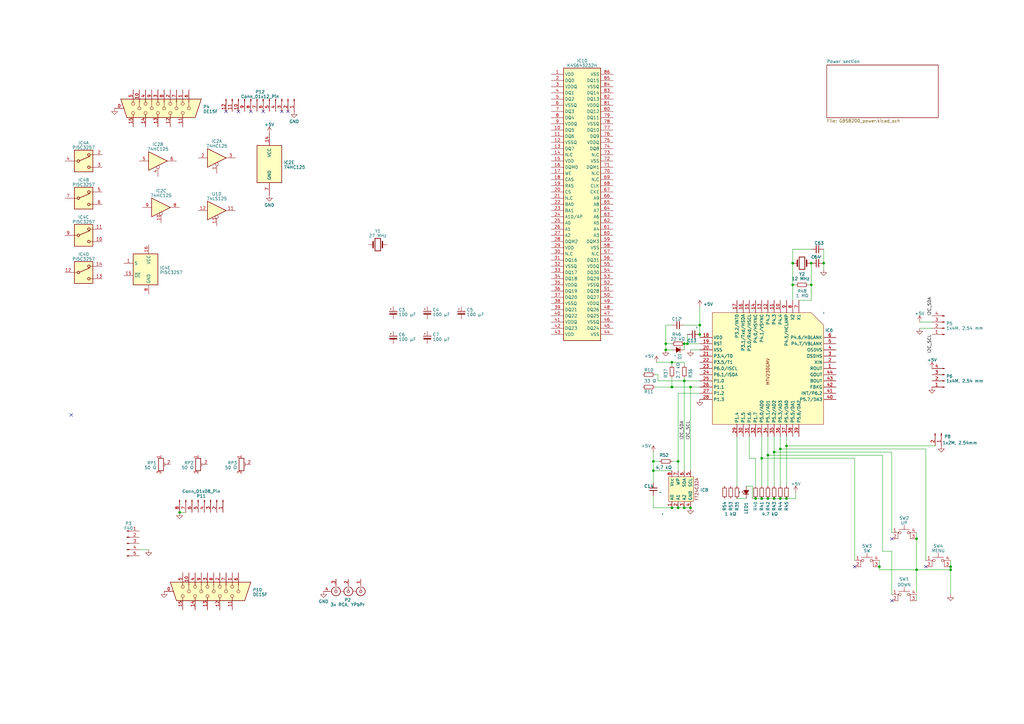
<source format=kicad_sch>
(kicad_sch (version 20230121) (generator eeschema)
  (paper "A3")
  (lib_symbols
    (symbol "74xx:74CBTLV3257"
      (property "Reference" "U" (at 17.78 1.27 0))
      (property "Value" "74CBTLV3257" (at 15.24 -1.27 0))
      (symbol "74CBTLV3257_1_1"
        (pin passive line (at 7.62 2.54 180) (length 2.54) (name "~") (number "2"))
        (pin passive line (at 7.62 -2.54 180) (length 2.54) (name "~") (number "3"))
        (pin passive line (at -7.62 0 0) (length 2.54) (name "~") (number "4"))
      )
      (symbol "74CBTLV3257_2_1"
        (pin passive line (at 7.62 2.54 180) (length 2.54) (name "~") (number "5"))
        (pin passive line (at 7.62 -2.54 180) (length 2.54) (name "~") (number "6"))
        (pin passive line (at -7.62 0 0) (length 2.54) (name "~") (number "7"))
      )
      (symbol "74CBTLV3257_3_1"
        (pin passive line (at 7.62 -2.54 180) (length 2.54) (name "~") (number "10"))
        (pin passive line (at 7.62 2.54 180) (length 2.54) (name "~") (number "11"))
        (pin passive line (at -7.62 0 0) (length 2.54) (name "~") (number "9"))
      )
      (symbol "74CBTLV3257_4_1"
        (pin passive line (at -7.62 0 0) (length 2.54) (name "~") (number "12"))
        (pin passive line (at 7.62 -2.54 180) (length 2.54) (name "~") (number "13"))
        (pin passive line (at 7.62 2.54 180) (length 2.54) (name "~") (number "14"))
      )
      (symbol "74CBTLV3257_5_1"
        (pin input line (at -10.16 2.54 0) (length 3.81) (name "S") (number "1"))
        (pin input line (at -10.16 -2.54 0) (length 3.81) (name "~{OE}") (number "15"))
        (pin power_in line (at 0 10.16 270) (length 3.81) (name "VCC") (number "16"))
        (pin power_in line (at 0 -10.16 90) (length 3.81) (name "GND") (number "8"))
      )
    )
    (symbol "74xx:74LS125" (pin_names (offset 1.016))
      (property "Reference" "U" (at 0 1.27 0))
      (property "Value" "74LS125" (at 0 -1.27 0))
      (symbol "74LS125_1_0"
        (pin input inverted (at 0 -6.35 90) (length 4.445) (name "~") (number "1"))
        (pin input line (at -7.62 0 0) (length 3.81) (name "~") (number "2"))
        (pin tri_state line (at 7.62 0 180) (length 3.81) (name "~") (number "3"))
      )
      (symbol "74LS125_2_0"
        (pin input inverted (at 0 -6.35 90) (length 4.445) (name "~") (number "4"))
        (pin input line (at -7.62 0 0) (length 3.81) (name "~") (number "5"))
        (pin tri_state line (at 7.62 0 180) (length 3.81) (name "~") (number "6"))
      )
      (symbol "74LS125_3_0"
        (pin input inverted (at 0 -6.35 90) (length 4.445) (name "~") (number "10"))
        (pin tri_state line (at 7.62 0 180) (length 3.81) (name "~") (number "8"))
        (pin input line (at -7.62 0 0) (length 3.81) (name "~") (number "9"))
      )
      (symbol "74LS125_4_0"
        (pin tri_state line (at 7.62 0 180) (length 3.81) (name "~") (number "11"))
        (pin input line (at -7.62 0 0) (length 3.81) (name "~") (number "12"))
        (pin input inverted (at 0 -6.35 90) (length 4.445) (name "~") (number "13"))
      )
      (symbol "74LS125_5_0"
        (pin power_in line (at 0 12.7 270) (length 5.08) (name "VCC") (number "14"))
        (pin power_in line (at 0 -12.7 90) (length 5.08) (name "GND") (number "7"))
      )
    )
    (symbol "Connector:Conn_01x02_Pin" (pin_names (offset 1.016) hide)
      (property "Reference" "J" (at 0 2.54 0))
      (property "Value" "Conn_01x02_Pin" (at 0 -5.08 0))
      (symbol "Conn_01x02_Pin_1_1"
        (pin passive line (at 5.08 0 180) (length 3.81) (name "Pin_1") (number "1"))
        (pin passive line (at 5.08 -2.54 180) (length 3.81) (name "Pin_2") (number "2"))
      )
    )
    (symbol "Connector:Conn_01x04_Pin" (pin_names (offset 1.016) hide)
      (property "Reference" "J" (at 0 5.08 0))
      (property "Value" "Conn_01x04_Pin" (at 0 -7.62 0))
      (symbol "Conn_01x04_Pin_1_1"
        (pin passive line (at 5.08 2.54 180) (length 3.81) (name "Pin_1") (number "1"))
        (pin passive line (at 5.08 0 180) (length 3.81) (name "Pin_2") (number "2"))
        (pin passive line (at 5.08 -2.54 180) (length 3.81) (name "Pin_3") (number "3"))
        (pin passive line (at 5.08 -5.08 180) (length 3.81) (name "Pin_4") (number "4"))
      )
    )
    (symbol "Connector:Conn_01x05_Pin" (pin_names (offset 1.016) hide)
      (property "Reference" "J" (at 0 7.62 0))
      (property "Value" "Conn_01x05_Pin" (at 0 -7.62 0))
      (symbol "Conn_01x05_Pin_1_1"
        (pin passive line (at 5.08 5.08 180) (length 3.81) (name "Pin_1") (number "1"))
        (pin passive line (at 5.08 2.54 180) (length 3.81) (name "Pin_2") (number "2"))
        (pin passive line (at 5.08 0 180) (length 3.81) (name "Pin_3") (number "3"))
        (pin passive line (at 5.08 -2.54 180) (length 3.81) (name "Pin_4") (number "4"))
        (pin passive line (at 5.08 -5.08 180) (length 3.81) (name "Pin_5") (number "5"))
      )
    )
    (symbol "Connector:Conn_01x08_Pin" (pin_names (offset 1.016) hide)
      (property "Reference" "J" (at 0 10.16 0))
      (property "Value" "Conn_01x08_Pin" (at 0 -12.7 0))
      (symbol "Conn_01x08_Pin_1_1"
        (pin passive line (at 5.08 7.62 180) (length 3.81) (name "Pin_1") (number "1"))
        (pin passive line (at 5.08 5.08 180) (length 3.81) (name "Pin_2") (number "2"))
        (pin passive line (at 5.08 2.54 180) (length 3.81) (name "Pin_3") (number "3"))
        (pin passive line (at 5.08 0 180) (length 3.81) (name "Pin_4") (number "4"))
        (pin passive line (at 5.08 -2.54 180) (length 3.81) (name "Pin_5") (number "5"))
        (pin passive line (at 5.08 -5.08 180) (length 3.81) (name "Pin_6") (number "6"))
        (pin passive line (at 5.08 -7.62 180) (length 3.81) (name "Pin_7") (number "7"))
        (pin passive line (at 5.08 -10.16 180) (length 3.81) (name "Pin_8") (number "8"))
      )
    )
    (symbol "Connector:Conn_01x12_Pin" (pin_names (offset 1.016) hide)
      (property "Reference" "J" (at 0 15.24 0))
      (property "Value" "Conn_01x12_Pin" (at 0 -17.78 0))
      (symbol "Conn_01x12_Pin_1_1"
        (pin passive line (at 5.08 12.7 180) (length 3.81) (name "Pin_1") (number "1"))
        (pin passive line (at 5.08 -10.16 180) (length 3.81) (name "Pin_10") (number "10"))
        (pin passive line (at 5.08 -12.7 180) (length 3.81) (name "Pin_11") (number "11"))
        (pin passive line (at 5.08 -15.24 180) (length 3.81) (name "Pin_12") (number "12"))
        (pin passive line (at 5.08 10.16 180) (length 3.81) (name "Pin_2") (number "2"))
        (pin passive line (at 5.08 7.62 180) (length 3.81) (name "Pin_3") (number "3"))
        (pin passive line (at 5.08 5.08 180) (length 3.81) (name "Pin_4") (number "4"))
        (pin passive line (at 5.08 2.54 180) (length 3.81) (name "Pin_5") (number "5"))
        (pin passive line (at 5.08 0 180) (length 3.81) (name "Pin_6") (number "6"))
        (pin passive line (at 5.08 -2.54 180) (length 3.81) (name "Pin_7") (number "7"))
        (pin passive line (at 5.08 -5.08 180) (length 3.81) (name "Pin_8") (number "8"))
        (pin passive line (at 5.08 -7.62 180) (length 3.81) (name "Pin_9") (number "9"))
      )
    )
    (symbol "Connector:DE15_Receptacle_HighDensity_MountingHoles" (pin_names (offset 1.016) hide)
      (property "Reference" "J" (at 0 21.59 0))
      (property "Value" "DE15_Receptacle_HighDensity_MountingHoles" (at 0 19.05 0))
      (symbol "DE15_Receptacle_HighDensity_MountingHoles_1_1"
        (pin passive line (at 0 -17.78 90) (length 3.81) (name "~") (number "0"))
        (pin passive line (at -7.62 10.16 0) (length 5.08) (name "~") (number "1"))
        (pin passive line (at -7.62 -7.62 0) (length 5.08) (name "~") (number "10"))
        (pin passive line (at 7.62 10.16 180) (length 5.08) (name "~") (number "11"))
        (pin passive line (at 7.62 5.08 180) (length 5.08) (name "~") (number "12"))
        (pin passive line (at 7.62 0 180) (length 5.08) (name "~") (number "13"))
        (pin passive line (at 7.62 -5.08 180) (length 5.08) (name "~") (number "14"))
        (pin passive line (at 7.62 -10.16 180) (length 5.08) (name "~") (number "15"))
        (pin passive line (at -7.62 5.08 0) (length 5.08) (name "~") (number "2"))
        (pin passive line (at -7.62 0 0) (length 5.08) (name "~") (number "3"))
        (pin passive line (at -7.62 -5.08 0) (length 5.08) (name "~") (number "4"))
        (pin passive line (at -7.62 -10.16 0) (length 5.08) (name "~") (number "5"))
        (pin passive line (at -7.62 12.7 0) (length 5.08) (name "~") (number "6"))
        (pin passive line (at -7.62 7.62 0) (length 5.08) (name "~") (number "7"))
        (pin passive line (at -7.62 2.54 0) (length 5.08) (name "~") (number "8"))
        (pin passive line (at -7.62 -2.54 0) (length 5.08) (name "~") (number "9"))
      )
    )
    (symbol "Device:C_Polarized_Small" (pin_numbers hide) (pin_names (offset 0.254) hide)
      (property "Reference" "C" (at 0.254 1.778 0))
      (property "Value" "C_Polarized_Small" (at 0.254 -2.032 0))
      (symbol "C_Polarized_Small_1_1"
        (pin passive line (at 0 2.54 270) (length 1.8542) (name "~") (number "1"))
        (pin passive line (at 0 -2.54 90) (length 1.8542) (name "~") (number "2"))
      )
    )
    (symbol "Device:C_Small" (pin_numbers hide) (pin_names (offset 0.254) hide)
      (property "Reference" "C" (at 0.254 1.778 0))
      (property "Value" "C_Small" (at 0.254 -2.032 0))
      (symbol "C_Small_1_1"
        (pin passive line (at 0 2.54 270) (length 2.032) (name "~") (number "1"))
        (pin passive line (at 0 -2.54 90) (length 2.032) (name "~") (number "2"))
      )
    )
    (symbol "Device:Crystal" (pin_numbers hide) (pin_names (offset 1.016) hide)
      (property "Reference" "Y" (at 0 3.81 0))
      (property "Value" "Crystal" (at 0 -3.81 0))
      (symbol "Crystal_1_1"
        (pin passive line (at -3.81 0 0) (length 1.27) (name "1") (number "1"))
        (pin passive line (at 3.81 0 180) (length 1.27) (name "2") (number "2"))
      )
    )
    (symbol "Device:D_Small_Filled" (pin_numbers hide) (pin_names (offset 0.254) hide)
      (property "Reference" "D" (at -1.27 2.032 0))
      (property "Value" "D_Small_Filled" (at -3.81 -2.032 0))
      (symbol "D_Small_Filled_1_1"
        (pin passive line (at -2.54 0 0) (length 1.778) (name "K") (number "1"))
        (pin passive line (at 2.54 0 180) (length 1.778) (name "A") (number "2"))
      )
    )
    (symbol "Device:LED_Small_Filled" (pin_numbers hide) (pin_names (offset 0.254) hide)
      (property "Reference" "D" (at -1.27 3.175 0))
      (property "Value" "LED_Small_Filled" (at -4.445 -2.54 0))
      (symbol "LED_Small_Filled_1_1"
        (pin passive line (at -2.54 0 0) (length 1.778) (name "K") (number "1"))
        (pin passive line (at 2.54 0 180) (length 1.778) (name "A") (number "2"))
      )
    )
    (symbol "Device:R_Potentiometer_Trim" (pin_names (offset 1.016) hide)
      (property "Reference" "RV" (at -4.445 0 90))
      (property "Value" "R_Potentiometer_Trim" (at -2.54 0 90))
      (symbol "R_Potentiometer_Trim_1_1"
        (pin passive line (at 0 3.81 270) (length 1.27) (name "1") (number "1"))
        (pin passive line (at 3.81 0 180) (length 1.27) (name "2") (number "2"))
        (pin passive line (at 0 -3.81 90) (length 1.27) (name "3") (number "3"))
      )
    )
    (symbol "Device:R_Small" (pin_numbers hide) (pin_names (offset 0.254) hide)
      (property "Reference" "R" (at 0.762 0.508 0))
      (property "Value" "R_Small" (at 0.762 -1.016 0))
      (symbol "R_Small_1_1"
        (pin passive line (at 0 2.54 270) (length 0.762) (name "~") (number "1"))
        (pin passive line (at 0 -2.54 90) (length 0.762) (name "~") (number "2"))
      )
    )
    (symbol "GBS8200:2xRCA_YPbPr" (pin_names hide)
      (property "Reference" "P" (at -5.08 2.54 0))
      (property "Value" "2xRCA_YPbPr" (at 0 0 0))
      (symbol "2xRCA_YPbPr_1_1"
        (pin passive line (at -1.27 -2.54 0) (length 2.54) (name "Y") (number "1"))
        (pin passive line (at -1.27 -7.62 0) (length 2.54) (name "Pb") (number "2"))
        (pin passive line (at -1.27 -12.7 0) (length 2.54) (name "Pr") (number "3"))
        (pin passive line (at 3.81 -17.78 90) (length 2.54) (name "") (number "4"))
      )
    )
    (symbol "GBS8200:FT24C32A"
      (property "Reference" "IC" (at 9.398 -1.524 0))
      (symbol "FT24C32A_0_1"
        (text "FT24C32A" (at 10.16 -13.97 0) (effects (font (size 1.27 1.27))))
      )
      (symbol "FT24C32A_1_1"
        (pin input line (at 2.54 -3.81 0) (length 2.54) (name "A0") (number "1"))
        (pin input line (at 2.54 -6.35 0) (length 2.54) (name "A1") (number "2"))
        (pin input line (at 2.54 -8.89 0) (length 2.54) (name "A2") (number "3"))
        (pin power_in line (at 2.54 -11.43 0) (length 2.54) (name "GND") (number "4"))
        (pin bidirectional line (at 17.78 -11.43 180) (length 2.54) (name "SCL") (number "5"))
        (pin bidirectional line (at 17.78 -8.89 180) (length 2.54) (name "SDA") (number "6"))
        (pin input line (at 17.78 -6.35 180) (length 2.54) (name "WP") (number "7"))
        (pin power_in line (at 17.78 -3.81 180) (length 2.54) (name "Vcc") (number "8"))
      )
    )
    (symbol "GBS8200:K4S643232H"
      (property "Reference" "U" (at -7.62 59.69 0))
      (property "Value" "K4S643232H" (at 5.08 57.15 0))
      (symbol "K4S643232H_1_1"
        (pin input line (at -12.7 53.34 0) (length 5.08) (name "VDD") (number "1"))
        (pin input line (at -12.7 30.48 0) (length 5.08) (name "DQ5") (number "10"))
        (pin input line (at -12.7 27.94 0) (length 5.08) (name "DQ6") (number "11"))
        (pin input line (at -12.7 25.4 0) (length 5.08) (name "VSSQ") (number "12"))
        (pin input line (at -12.7 22.86 0) (length 5.08) (name "DQ7") (number "13"))
        (pin input line (at -12.7 20.32 0) (length 5.08) (name "N.C") (number "14"))
        (pin input line (at -12.7 17.78 0) (length 5.08) (name "VDD") (number "15"))
        (pin input line (at -12.7 15.24 0) (length 5.08) (name "DQM0") (number "16"))
        (pin input line (at -12.7 12.7 0) (length 5.08) (name "WE") (number "17"))
        (pin input line (at -12.7 10.16 0) (length 5.08) (name "CAS") (number "18"))
        (pin input line (at -12.7 7.62 0) (length 5.08) (name "RAS") (number "19"))
        (pin input line (at -12.7 50.8 0) (length 5.08) (name "DQ0") (number "2"))
        (pin input line (at -12.7 5.08 0) (length 5.08) (name "CS") (number "20"))
        (pin input line (at -12.7 2.54 0) (length 5.08) (name "N.C") (number "21"))
        (pin input line (at -12.7 0 0) (length 5.08) (name "BA0") (number "22"))
        (pin input line (at -12.7 -2.54 0) (length 5.08) (name "BA1") (number "23"))
        (pin input line (at -12.7 -5.08 0) (length 5.08) (name "A10/AP") (number "24"))
        (pin input line (at -12.7 -7.62 0) (length 5.08) (name "A0") (number "25"))
        (pin input line (at -12.7 -10.16 0) (length 5.08) (name "A1") (number "26"))
        (pin input line (at -12.7 -12.7 0) (length 5.08) (name "A2") (number "27"))
        (pin input line (at -12.7 -15.24 0) (length 5.08) (name "DQM2") (number "28"))
        (pin input line (at -12.7 -17.78 0) (length 5.08) (name "VDD") (number "29"))
        (pin input line (at -12.7 48.26 0) (length 5.08) (name "VDDQ") (number "3"))
        (pin input line (at -12.7 -20.32 0) (length 5.08) (name "N.C") (number "30"))
        (pin input line (at -12.7 -22.86 0) (length 5.08) (name "DQ16") (number "31"))
        (pin input line (at -12.7 -25.4 0) (length 5.08) (name "VSSQ") (number "32"))
        (pin input line (at -12.7 -27.94 0) (length 5.08) (name "DQ17") (number "33"))
        (pin input line (at -12.7 -30.48 0) (length 5.08) (name "DQ18") (number "34"))
        (pin input line (at -12.7 -33.02 0) (length 5.08) (name "VDDQ") (number "35"))
        (pin input line (at -12.7 -35.56 0) (length 5.08) (name "DQ19") (number "36"))
        (pin input line (at -12.7 -38.1 0) (length 5.08) (name "DQ20") (number "37"))
        (pin input line (at -12.7 -40.64 0) (length 5.08) (name "VSSQ") (number "38"))
        (pin input line (at -12.7 -43.18 0) (length 5.08) (name "DQ21") (number "39"))
        (pin input line (at -12.7 45.72 0) (length 5.08) (name "DQ1") (number "4"))
        (pin input line (at -12.7 -45.72 0) (length 5.08) (name "DQ22") (number "40"))
        (pin input line (at -12.7 -48.26 0) (length 5.08) (name "VDDQ") (number "41"))
        (pin input line (at -12.7 -50.8 0) (length 5.08) (name "DQ23") (number "42"))
        (pin input line (at -12.7 -53.34 0) (length 5.08) (name "VDD") (number "43"))
        (pin input line (at 12.7 -53.34 180) (length 5.08) (name "VSS") (number "44"))
        (pin input line (at 12.7 -50.8 180) (length 5.08) (name "DQ24") (number "45"))
        (pin input line (at 12.7 -48.26 180) (length 5.08) (name "VSSQ") (number "46"))
        (pin input line (at 12.7 -45.72 180) (length 5.08) (name "DQ25") (number "47"))
        (pin input line (at 12.7 -43.18 180) (length 5.08) (name "DQ26") (number "48"))
        (pin input line (at 12.7 -40.64 180) (length 5.08) (name "VDDQ") (number "49"))
        (pin input line (at -12.7 43.18 0) (length 5.08) (name "DQ2") (number "5"))
        (pin input line (at 12.7 -38.1 180) (length 5.08) (name "DQ27") (number "50"))
        (pin input line (at 12.7 -35.56 180) (length 5.08) (name "DQ28") (number "51"))
        (pin input line (at 12.7 -33.02 180) (length 5.08) (name "VSSQ") (number "52"))
        (pin input line (at 12.7 -30.48 180) (length 5.08) (name "DQ29") (number "53"))
        (pin input line (at 12.7 -27.94 180) (length 5.08) (name "DQ30") (number "54"))
        (pin input line (at 12.7 -25.4 180) (length 5.08) (name "VDDQ") (number "55"))
        (pin input line (at 12.7 -22.86 180) (length 5.08) (name "DQ31") (number "56"))
        (pin input line (at 12.7 -20.32 180) (length 5.08) (name "N.C") (number "57"))
        (pin input line (at 12.7 -17.78 180) (length 5.08) (name "VSS") (number "58"))
        (pin input line (at 12.7 -15.24 180) (length 5.08) (name "DQM3") (number "59"))
        (pin input line (at -12.7 40.64 0) (length 5.08) (name "VSSQ") (number "6"))
        (pin input line (at 12.7 -12.7 180) (length 5.08) (name "A3") (number "60"))
        (pin input line (at 12.7 -10.16 180) (length 5.08) (name "A4") (number "61"))
        (pin input line (at 12.7 -7.62 180) (length 5.08) (name "A5") (number "62"))
        (pin input line (at 12.7 -5.08 180) (length 5.08) (name "A6") (number "63"))
        (pin input line (at 12.7 -2.54 180) (length 5.08) (name "A7") (number "64"))
        (pin input line (at 12.7 0 180) (length 5.08) (name "A8") (number "65"))
        (pin input line (at 12.7 2.54 180) (length 5.08) (name "A9") (number "66"))
        (pin input line (at 12.7 5.08 180) (length 5.08) (name "CKE") (number "67"))
        (pin input line (at 12.7 7.62 180) (length 5.08) (name "CLK") (number "68"))
        (pin input line (at 12.7 10.16 180) (length 5.08) (name "N.C") (number "69"))
        (pin input line (at -12.7 38.1 0) (length 5.08) (name "DQ3") (number "7"))
        (pin input line (at 12.7 12.7 180) (length 5.08) (name "N.C") (number "70"))
        (pin input line (at 12.7 15.24 180) (length 5.08) (name "DQM1") (number "71"))
        (pin input line (at 12.7 17.78 180) (length 5.08) (name "VSS") (number "72"))
        (pin input line (at 12.7 20.32 180) (length 5.08) (name "N.C") (number "73"))
        (pin input line (at 12.7 22.86 180) (length 5.08) (name "DQ8") (number "74"))
        (pin input line (at 12.7 25.4 180) (length 5.08) (name "VDDQ") (number "75"))
        (pin input line (at 12.7 27.94 180) (length 5.08) (name "DQ9") (number "76"))
        (pin input line (at 12.7 30.48 180) (length 5.08) (name "DQ10") (number "77"))
        (pin input line (at 12.7 33.02 180) (length 5.08) (name "VSSQ") (number "78"))
        (pin input line (at 12.7 35.56 180) (length 5.08) (name "DQ11") (number "79"))
        (pin input line (at -12.7 35.56 0) (length 5.08) (name "DQ4") (number "8"))
        (pin input line (at 12.7 38.1 180) (length 5.08) (name "DQ12") (number "80"))
        (pin input line (at 12.7 40.64 180) (length 5.08) (name "VDDQ") (number "81"))
        (pin input line (at 12.7 43.18 180) (length 5.08) (name "DQ13") (number "82"))
        (pin input line (at 12.7 45.72 180) (length 5.08) (name "DQ14") (number "83"))
        (pin input line (at 12.7 48.26 180) (length 5.08) (name "VSSQ") (number "84"))
        (pin input line (at 12.7 50.8 180) (length 5.08) (name "DQ15") (number "85"))
        (pin input line (at 12.7 53.34 180) (length 5.08) (name "VSS") (number "86"))
        (pin input line (at -12.7 33.02 0) (length 5.08) (name "VDDQ") (number "9"))
      )
    )
    (symbol "GBS8200:MTV230M"
      (property "Reference" "IC" (at 1.27 -1.27 0))
      (symbol "MTV230M_0_1"
        (text "MTV230GMV" (at 24.13 -22.86 0) (effects (font (size 1.27 1.27))))
      )
      (symbol "MTV230M_1_1"
        (pin output line (at 22.86 5.08 270) (length 5.08) (name "ROUT") (number "1"))
        (pin bidirectional line (at -5.08 -17.78 0) (length 5.08) (name "P4.4") (number "10"))
        (pin bidirectional line (at -5.08 -20.32 0) (length 5.08) (name "P4.3") (number "11"))
        (pin bidirectional line (at -5.08 -22.86 0) (length 5.08) (name "P4.2") (number "12"))
        (pin bidirectional line (at -5.08 -25.4 0) (length 5.08) (name "P4.1/VSYNC") (number "13"))
        (pin bidirectional line (at -5.08 -27.94 0) (length 5.08) (name "P4.0/HSYNC") (number "14"))
        (pin bidirectional line (at -5.08 -30.48 0) (length 5.08) (name "P3.0/Rxd/HSCL") (number "15"))
        (pin bidirectional line (at -5.08 -33.02 0) (length 5.08) (name "P3.1/Txd/HSDA") (number "16"))
        (pin bidirectional line (at -5.08 -35.56 0) (length 5.08) (name "P3.2/INT0") (number "17"))
        (pin power_in line (at 10.16 -50.8 90) (length 5.08) (name "VDD") (number "18"))
        (pin input line (at 12.7 -50.8 90) (length 5.08) (name "RST") (number "19"))
        (pin input line (at 20.32 5.08 270) (length 5.08) (name "XIN") (number "2"))
        (pin power_in line (at 15.24 -50.8 90) (length 5.08) (name "VSS") (number "20"))
        (pin bidirectional line (at 17.78 -50.8 90) (length 5.08) (name "P3.4/T0") (number "21"))
        (pin bidirectional line (at 20.32 -50.8 90) (length 5.08) (name "P3.5/T1") (number "22"))
        (pin bidirectional line (at 22.86 -50.8 90) (length 5.08) (name "P6.0/ISCL") (number "23"))
        (pin bidirectional line (at 25.4 -50.8 90) (length 5.08) (name "P6.1/ISDA") (number "24"))
        (pin bidirectional line (at 27.94 -50.8 90) (length 5.08) (name "P1.0") (number "25"))
        (pin bidirectional line (at 30.48 -50.8 90) (length 5.08) (name "P1.1") (number "26"))
        (pin bidirectional line (at 33.02 -50.8 90) (length 5.08) (name "P1.2") (number "27"))
        (pin bidirectional line (at 35.56 -50.8 90) (length 5.08) (name "P1.3") (number "28"))
        (pin bidirectional line (at 50.8 -35.56 180) (length 5.08) (name "P1.4") (number "29"))
        (pin input line (at 17.78 5.08 270) (length 5.08) (name "OSDHS") (number "3"))
        (pin bidirectional line (at 50.8 -33.02 180) (length 5.08) (name "P1.5") (number "30"))
        (pin bidirectional line (at 50.8 -30.48 180) (length 5.08) (name "P1.6") (number "31"))
        (pin bidirectional line (at 50.8 -27.94 180) (length 5.08) (name "P1.7") (number "32"))
        (pin bidirectional line (at 50.8 -25.4 180) (length 5.08) (name "P5.0/AD0") (number "33"))
        (pin bidirectional line (at 50.8 -22.86 180) (length 5.08) (name "P5.1/AD1") (number "34"))
        (pin bidirectional line (at 50.8 -20.32 180) (length 5.08) (name "P5.2/AD2") (number "35"))
        (pin bidirectional line (at 50.8 -17.78 180) (length 5.08) (name "P5.3/AD3") (number "36"))
        (pin bidirectional line (at 50.8 -15.24 180) (length 5.08) (name "P5.4/DA0") (number "37"))
        (pin bidirectional line (at 50.8 -12.7 180) (length 5.08) (name "P5.5/DA1") (number "38"))
        (pin bidirectional line (at 50.8 -10.16 180) (length 5.08) (name "P5.6/DA2") (number "39"))
        (pin input line (at 15.24 5.08 270) (length 5.08) (name "OSDVS") (number "4"))
        (pin bidirectional line (at 35.56 5.08 270) (length 5.08) (name "P5.7/DA3") (number "40"))
        (pin output line (at 33.02 5.08 270) (length 5.08) (name "INT/P6.2") (number "41"))
        (pin output line (at 30.48 5.08 270) (length 5.08) (name "FBKG") (number "42"))
        (pin output line (at 27.94 5.08 270) (length 5.08) (name "BOUT") (number "43"))
        (pin output line (at 25.4 5.08 270) (length 5.08) (name "GOUT") (number "44"))
        (pin bidirectional line (at 12.7 5.08 270) (length 5.08) (name "P4.7/VBLANK") (number "5"))
        (pin bidirectional line (at 10.16 5.08 270) (length 5.08) (name "P4.6/HBLANK") (number "6"))
        (pin input line (at -5.08 -10.16 0) (length 5.08) (name "X1") (number "7"))
        (pin output line (at -5.08 -12.7 0) (length 5.08) (name "X2") (number "8"))
        (pin bidirectional line (at -5.08 -15.24 0) (length 5.08) (name "P4.5/HCLAMP") (number "9"))
      )
    )
    (symbol "Switch:SW_MEC_5E" (pin_names (offset 1.016) hide)
      (property "Reference" "SW" (at 0.635 5.715 0))
      (property "Value" "SW_MEC_5E" (at 0 -3.175 0))
      (symbol "SW_MEC_5E_0_1"
        (pin passive line (at -5.08 2.54 0) (length 2.54) (name "1") (number "1"))
        (pin passive line (at -5.08 0 0) (length 2.54) (name "2") (number "2"))
        (pin passive line (at 5.08 0 180) (length 2.54) (name "K") (number "3"))
        (pin passive line (at 5.08 2.54 180) (length 2.54) (name "A") (number "4"))
      )
    )
    (symbol "power:+5V" (power) (pin_names (offset 0))
      (property "Value" "+5V" (at 0 3.556 0))
      (symbol "+5V_1_1"
        (pin power_in line (at 0 0 90) (length 0) hide (name "+5V") (number "1"))
      )
    )
    (symbol "power:GND" (power) (pin_names (offset 0))
      (property "Value" "GND" (at 0 -3.81 0))
      (symbol "GND_1_1"
        (pin power_in line (at 0 0 270) (length 0) hide (name "GND") (number "1"))
      )
    )
  )
  (junction (at 283.21 208.28))
  (junction (at 337.82 107.95))
  (junction (at 278.13 208.28))
  (junction (at 278.13 189.23))
  (junction (at 389.89 233.68))
  (junction (at 325.12 116.84))
  (junction (at 275.59 148.59))
  (junction (at 275.59 158.75))
  (junction (at 73.66 210.185))
  (junction (at 267.97 189.23))
  (junction (at 325.12 107.95))
  (junction (at 312.42 187.96))
  (junction (at 287.02 133.35))
  (junction (at 332.74 116.84))
  (junction (at 314.96 186.69))
  (junction (at 275.59 208.28))
  (junction (at 273.05 140.97))
  (junction (at 320.04 184.15))
  (junction (at 314.96 204.47))
  (junction (at 389.89 232.41))
  (junction (at 322.58 182.88))
  (junction (at 317.5 204.47))
  (junction (at 317.5 185.42))
  (junction (at 375.92 233.68))
  (junction (at 280.67 140.97))
  (junction (at 322.58 204.47))
  (junction (at 312.42 204.47))
  (junction (at 309.88 204.47))
  (junction (at 283.21 158.75))
  (junction (at 375.92 220.98))
  (junction (at 280.67 156.21))
  (junction (at 273.05 143.51))
  (junction (at 320.04 204.47))
  (junction (at 280.67 208.28))
  (junction (at 267.97 193.04))
  (junction (at 287.02 137.16))
  (junction (at 332.74 107.95))
  (junction (at 281.94 140.97))
  (junction (at 360.68 232.41))
  (no_connect (at 365.76 220.98))
  (no_connect (at 115.57 45.72))
  (no_connect (at 92.71 45.72))
  (no_connect (at 107.95 45.72))
  (no_connect (at 97.79 45.72))
  (no_connect (at 102.87 45.72))
  (no_connect (at 118.11 45.72))
  (no_connect (at 350.52 232.41))
  (no_connect (at 29.21 170.18))
  (no_connect (at 365.76 246.38))
  (no_connect (at 379.73 232.41))
  (wire (pts (xy 317.5 185.42) (xy 317.5 199.39)))
  (wire (pts (xy 268.605 158.75) (xy 275.59 158.75)))
  (wire (pts (xy 317.5 204.47) (xy 320.04 204.47)))
  (wire (pts (xy 280.67 156.21) (xy 280.67 193.04)))
  (wire (pts (xy 280.67 154.94) (xy 280.67 156.21)))
  (wire (pts (xy 287.02 137.16) (xy 287.02 138.43)))
  (wire (pts (xy 280.67 148.59) (xy 280.67 149.86)))
  (wire (pts (xy 325.12 116.84) (xy 325.12 123.19)))
  (wire (pts (xy 314.96 204.47) (xy 317.5 204.47)))
  (wire (pts (xy 273.05 133.35) (xy 273.05 140.97)))
  (wire (pts (xy 302.26 179.07) (xy 302.26 199.39)))
  (wire (pts (xy 337.82 107.95) (xy 337.82 110.49)))
  (wire (pts (xy 365.76 226.06) (xy 361.95 226.06)))
  (wire (pts (xy 325.12 102.235) (xy 325.12 107.95)))
  (wire (pts (xy 332.74 123.19) (xy 327.66 123.19)))
  (wire (pts (xy 379.73 184.15) (xy 379.73 229.87)))
  (wire (pts (xy 280.67 208.28) (xy 283.21 208.28)))
  (wire (pts (xy 278.13 208.28) (xy 280.67 208.28)))
  (wire (pts (xy 375.92 220.98) (xy 375.92 233.68)))
  (wire (pts (xy 322.58 182.88) (xy 383.54 182.88)))
  (wire (pts (xy 325.12 102.235) (xy 332.74 102.235)))
  (wire (pts (xy 312.42 187.96) (xy 350.52 187.96)))
  (wire (pts (xy 273.05 140.97) (xy 273.05 143.51)))
  (wire (pts (xy 306.07 199.39) (xy 308.61 199.39)))
  (wire (pts (xy 312.42 204.47) (xy 314.96 204.47)))
  (wire (pts (xy 389.89 232.41) (xy 389.89 233.68)))
  (wire (pts (xy 317.5 179.07) (xy 317.5 185.42)))
  (wire (pts (xy 267.97 193.04) (xy 275.59 193.04)))
  (wire (pts (xy 312.42 187.96) (xy 312.42 199.39)))
  (wire (pts (xy 309.88 204.47) (xy 308.61 204.47)))
  (wire (pts (xy 275.59 189.23) (xy 278.13 189.23)))
  (wire (pts (xy 325.12 107.95) (xy 325.12 116.84)))
  (wire (pts (xy 375.92 233.68) (xy 375.92 243.205)))
  (wire (pts (xy 267.97 189.23) (xy 267.97 193.04)))
  (wire (pts (xy 322.58 182.88) (xy 322.58 199.39)))
  (wire (pts (xy 269.875 153.67) (xy 269.875 156.21)))
  (wire (pts (xy 350.52 187.96) (xy 350.52 229.87)))
  (wire (pts (xy 375.92 218.44) (xy 375.92 220.98)))
  (wire (pts (xy 275.59 154.94) (xy 275.59 158.75)))
  (wire (pts (xy 278.13 161.29) (xy 278.13 189.23)))
  (wire (pts (xy 322.58 204.47) (xy 326.39 204.47)))
  (wire (pts (xy 283.21 158.75) (xy 287.02 158.75)))
  (wire (pts (xy 287.02 133.35) (xy 287.02 137.16)))
  (wire (pts (xy 361.95 186.69) (xy 361.95 226.06)))
  (wire (pts (xy 365.76 185.42) (xy 365.76 218.44)))
  (wire (pts (xy 309.88 199.39) (xy 309.88 187.96)))
  (wire (pts (xy 280.67 140.97) (xy 281.94 140.97)))
  (wire (pts (xy 326.39 204.47) (xy 326.39 201.93)))
  (wire (pts (xy 280.67 156.21) (xy 287.02 156.21)))
  (wire (pts (xy 320.04 184.15) (xy 379.73 184.15)))
  (wire (pts (xy 375.92 243.84) (xy 375.92 246.38)))
  (wire (pts (xy 320.04 184.15) (xy 320.04 199.39)))
  (wire (pts (xy 267.97 185.42) (xy 267.97 189.23)))
  (wire (pts (xy 275.59 208.28) (xy 278.13 208.28)))
  (wire (pts (xy 332.74 116.84) (xy 331.47 116.84)))
  (wire (pts (xy 269.875 156.21) (xy 280.67 156.21)))
  (wire (pts (xy 314.96 186.69) (xy 314.96 199.39)))
  (wire (pts (xy 273.05 143.51) (xy 275.59 143.51)))
  (wire (pts (xy 389.89 233.68) (xy 389.89 243.84)))
  (wire (pts (xy 365.76 243.84) (xy 365.76 226.06)))
  (wire (pts (xy 283.21 158.75) (xy 283.21 193.04)))
  (wire (pts (xy 320.04 204.47) (xy 322.58 204.47)))
  (wire (pts (xy 283.21 143.51) (xy 287.02 143.51)))
  (wire (pts (xy 278.13 189.23) (xy 278.13 193.04)))
  (wire (pts (xy 317.5 185.42) (xy 365.76 185.42)))
  (wire (pts (xy 337.82 102.235) (xy 337.82 107.95)))
  (wire (pts (xy 332.74 107.95) (xy 332.74 116.84)))
  (wire (pts (xy 273.05 140.97) (xy 275.59 140.97)))
  (wire (pts (xy 308.61 199.39) (xy 308.61 204.47)))
  (wire (pts (xy 268.605 153.67) (xy 269.875 153.67)))
  (wire (pts (xy 360.68 229.87) (xy 360.68 232.41)))
  (wire (pts (xy 326.39 116.84) (xy 325.12 116.84)))
  (wire (pts (xy 280.67 143.51) (xy 280.67 140.97)))
  (wire (pts (xy 275.59 148.59) (xy 275.59 149.86)))
  (wire (pts (xy 275.59 148.59) (xy 280.67 148.59)))
  (wire (pts (xy 360.68 232.41) (xy 360.68 233.68)))
  (wire (pts (xy 314.96 186.69) (xy 361.95 186.69)))
  (wire (pts (xy 287.02 125.73) (xy 287.02 133.35)))
  (wire (pts (xy 314.96 179.07) (xy 314.96 186.69)))
  (wire (pts (xy 312.42 179.07) (xy 312.42 187.96)))
  (wire (pts (xy 267.97 189.23) (xy 270.51 189.23)))
  (wire (pts (xy 389.89 229.87) (xy 389.89 232.41)))
  (wire (pts (xy 267.97 203.2) (xy 267.97 208.28)))
  (wire (pts (xy 280.67 133.35) (xy 287.02 133.35)))
  (wire (pts (xy 275.59 133.35) (xy 273.05 133.35)))
  (wire (pts (xy 332.74 116.84) (xy 332.74 123.19)))
  (wire (pts (xy 360.68 233.68) (xy 375.92 233.68)))
  (wire (pts (xy 57.15 225.425) (xy 60.96 225.425)))
  (wire (pts (xy 375.92 233.68) (xy 389.89 233.68)))
  (wire (pts (xy 267.97 208.28) (xy 275.59 208.28)))
  (wire (pts (xy 275.59 158.75) (xy 283.21 158.75)))
  (wire (pts (xy 278.13 161.29) (xy 287.02 161.29)))
  (wire (pts (xy 320.04 179.07) (xy 320.04 184.15)))
  (wire (pts (xy 377.19 132.08) (xy 382.27 132.08)))
  (wire (pts (xy 281.94 137.16) (xy 281.94 140.97)))
  (wire (pts (xy 309.88 187.96) (xy 307.34 187.96)))
  (wire (pts (xy 309.88 204.47) (xy 312.42 204.47)))
  (wire (pts (xy 267.97 198.12) (xy 267.97 193.04)))
  (wire (pts (xy 281.94 140.97) (xy 287.02 140.97)))
  (wire (pts (xy 322.58 179.07) (xy 322.58 182.88)))
  (wire (pts (xy 73.66 210.185) (xy 76.2 210.185)))
  (wire (pts (xy 307.34 187.96) (xy 307.34 179.07)))
  (wire (pts (xy 377.19 134.62) (xy 382.27 134.62)))
  (wire (pts (xy 302.26 204.47) (xy 306.07 204.47)))
  (wire (pts (xy 269.24 148.59) (xy 275.59 148.59)))
  (label "I2C_SCL" (at 382.27 137.16 270))
  (label "I2C_SDA" (at 280.67 180.34 90))
  (label "I2C_SCL" (at 283.21 180.34 90))
  (label "I2C_SDA" (at 382.27 129.54 90))
  (symbol (lib_id "Device:C_Small") (at 284.48 137.16 90) (unit 1)
    (property "Reference" "C13" (at 285.75 139.7 90) (effects (justify left)))
    (property "Value" "~" (at 285.7636 134.8359 0) (effects (justify left)))
  )
  (symbol (lib_id "Device:C_Polarized_Small") (at 175.26 138.43 0) (unit 1)
    (property "Reference" "C7" (at 177.419 137.2402 0) (effects (justify left)))
    (property "Value" "100 μF" (at 177.419 139.1612 0) (effects (justify left)))
    (property "Voltage" "16 V" (effects hide))
  )
  (symbol (lib_id "Device:R_Small") (at 280.67 152.4 180) (unit 1)
    (property "Reference" "R36" (at 283.21 151.13 90) (effects (justify left)))
    (property "Value" "2,7 kΩ" (effects hide))
  )
  (symbol (lib_id "Device:C_Small") (at 335.28 107.95 90) (unit 1)
    (property "Reference" "C64" (at 336.55 105.41 90) (effects (justify left)))
    (property "Value" "~" (at 336.5636 105.6259 0) (effects (justify left)))
  )
  (symbol (lib_id "Switch:SW_MEC_5E") (at 370.84 220.98 0) (unit 1)
    (property "Reference" "SW2" (at 370.84 212.5091 0))
    (property "Value" "UP" (at 370.84 214.4301 0))
    (property "Datasheet" "http://www.apem.com/int/index.php?controller=attachment&id_attachment=1371" (effects hide))
  )
  (symbol (lib_id "Device:R_Small") (at 266.065 158.75 270) (unit 1)
    (property "Reference" "R11" (at 264.16 160.655 90) (effects (justify left)))
    (property "Value" "33 Ω" (effects hide))
  )
  (symbol (lib_id "Device:Crystal") (at 154.94 100.33 0) (unit 1)
    (property "Reference" "Y1" (at 154.94 94.7547 0))
    (property "Value" "27 MHz" (at 154.94 96.6757 0))
  )
  (symbol (lib_id "Device:R_Small") (at 314.96 201.93 0) (unit 1)
    (property "Reference" "R42" (at 314.96 209.55 90) (effects (justify left)))
    (property "Value" "4,7 kΩ" (effects hide))
  )
  (symbol (lib_id "Device:R_Small") (at 309.88 201.93 0) (unit 1)
    (property "Reference" "R40" (at 309.88 209.55 90) (effects (justify left)))
    (property "Value" "4,7 kΩ" (effects hide))
  )
  (symbol (lib_id "Connector:Conn_01x02_Pin") (at 386.08 177.8 270) (unit 1)
    (property "Reference" "P8" (at 388.62 179.07 90))
    (property "Value" "1x2M, 2,54mm" (at 393.7 181.61 90))
  )
  (symbol (lib_id "power:GND") (at 120.65 45.72 0) (unit 1)
    (property "Reference" "#PWR033" (effects hide))
    (property "Value" "GND" (at 120.65 49.8555 0))
  )
  (symbol (lib_id "Device:R_Small") (at 302.26 201.93 0) (unit 1)
    (property "Reference" "R35" (at 302.26 209.55 90) (effects (justify left)))
    (property "Value" "1 kΩ" (at 297.18 210.82 0) (effects (justify left)))
  )
  (symbol (lib_id "Device:C_Small") (at 335.28 102.235 270) (unit 1)
    (property "Reference" "C63" (at 334.01 99.695 90) (effects (justify left)))
    (property "Value" "~" (at 333.9964 104.5591 0) (effects (justify left)))
  )
  (symbol (lib_id "power:GND") (at 73.66 210.185 0) (unit 1)
    (property "Reference" "#PWR034" (effects hide))
    (property "Value" "GND" (effects hide))
  )
  (symbol (lib_id "Switch:SW_MEC_5E") (at 370.84 246.38 0) (unit 1)
    (property "Reference" "SW1" (at 370.84 237.49 0))
    (property "Value" "DOWN" (at 370.84 239.8301 0))
    (property "Datasheet" "http://www.apem.com/int/index.php?controller=attachment&id_attachment=1371" (effects hide))
  )
  (symbol (lib_id "Device:R_Small") (at 317.5 201.93 180) (unit 1)
    (property "Reference" "R43" (at 317.5 209.55 90) (effects (justify right)))
    (property "Value" "4,7 kΩ" (effects hide))
  )
  (symbol (lib_id "Device:R_Small") (at 312.42 201.93 0) (unit 1)
    (property "Reference" "R41" (at 312.42 209.55 90) (effects (justify left)))
    (property "Value" "4,7 kΩ" (effects hide))
  )
  (symbol (lib_id "74xx:74CBTLV3257") (at 60.96 110.49 0) (unit 5)
    (property "Reference" "IC4" (at 65.532 109.8463 0) (effects (justify left)))
    (property "Value" "PI5C3257" (at 65.532 111.7673 0) (effects (justify left)))
    (property "Datasheet" "http://www.ti.com/lit/ds/symlink/sn74cbtlv3257.pdf" (effects hide))
  )
  (symbol (lib_id "74xx:74LS125") (at 64.77 66.04 0) (unit 2)
    (property "Reference" "IC2" (at 64.77 59.2201 0))
    (property "Value" "74HC125" (at 64.77 61.1411 0))
    (property "Datasheet" "http://www.ti.com/lit/gpn/sn74LS125" (effects hide))
  )
  (symbol (lib_id "power:+5V") (at 377.19 132.08 0) (unit 1)
    (property "Reference" "#PWR023" (effects hide))
    (property "Value" "+5V" (at 377.19 128.5781 0))
  )
  (symbol (lib_id "Device:C_Polarized_Small") (at 189.23 128.27 0) (unit 1)
    (property "Reference" "C5" (at 191.389 127.0802 0) (effects (justify left)))
    (property "Value" "100 μF" (at 191.389 129.0012 0) (effects (justify left)))
    (property "Voltage" "16 V" (effects hide))
  )
  (symbol (lib_id "power:GND") (at 382.27 158.75 0) (unit 1)
    (property "Reference" "#PWR021" (effects hide))
    (property "Value" "GND" (effects hide))
  )
  (symbol (lib_id "power:GND") (at 377.19 134.62 0) (unit 1)
    (property "Reference" "#PWR022" (effects hide))
    (property "Value" "GND" (effects hide))
  )
  (symbol (lib_id "Switch:SW_MEC_5E") (at 384.81 232.41 0) (unit 1)
    (property "Reference" "SW4" (at 384.81 223.9391 0))
    (property "Value" "MENU" (at 384.81 225.8601 0))
    (property "Datasheet" "http://www.apem.com/int/index.php?controller=attachment&id_attachment=1371" (effects hide))
  )
  (symbol (lib_id "power:GND") (at 273.05 143.51 0) (unit 1)
    (property "Reference" "#PWR017" (effects hide))
    (property "Value" "GND" (effects hide))
  )
  (symbol (lib_id "74xx:74CBTLV3257") (at 34.29 111.76 0) (unit 4)
    (property "Reference" "IC4" (at 34.29 104.3051 0))
    (property "Value" "PI5C3257" (at 34.29 106.2261 0))
    (property "Datasheet" "http://www.ti.com/lit/ds/symlink/sn74cbtlv3257.pdf" (effects hide))
  )
  (symbol (lib_id "74xx:74LS125") (at 88.9 64.77 0) (unit 1)
    (property "Reference" "IC2" (at 88.9 57.9501 0))
    (property "Value" "74HC125" (at 88.9 59.8711 0))
    (property "Datasheet" "http://www.ti.com/lit/gpn/sn74LS125" (effects hide))
  )
  (symbol (lib_id "power:GND") (at 67.31 242.57 0) (unit 1)
    (property "Reference" "#PWR029" (effects hide))
    (property "Value" "GND" (effects hide))
  )
  (symbol (lib_id "Device:C_Polarized_Small") (at 175.26 128.27 0) (unit 1)
    (property "Reference" "C4" (at 177.419 127.0802 0) (effects (justify left)))
    (property "Value" "100 μF" (at 177.419 129.0012 0) (effects (justify left)))
    (property "Voltage" "16 V" (effects hide))
  )
  (symbol (lib_id "GBS8200:K4S643232H") (at 238.76 83.82 0) (unit 1)
    (property "Reference" "IC10" (at 238.76 24.9301 0))
    (property "Value" "K4S643232H" (at 238.76 26.8511 0))
  )
  (symbol (lib_id "power:GND") (at 386.08 182.88 0) (unit 1)
    (property "Reference" "#PWR026" (effects hide))
    (property "Value" "GND" (effects hide))
  )
  (symbol (lib_id "Device:R_Potentiometer_Trim") (at 81.28 190.5 0) (unit 1)
    (property "Reference" "RP2" (at 79.5021 189.8563 0) (effects (justify right)))
    (property "Value" "50 Ω" (at 79.5021 191.7773 0) (effects (justify right)))
  )
  (symbol (lib_id "Device:C_Polarized_Small") (at 161.29 128.27 0) (unit 1)
    (property "Reference" "C3" (at 163.449 127.0802 0) (effects (justify left)))
    (property "Value" "100 μF" (at 163.449 129.0012 0) (effects (justify left)))
    (property "Voltage" "16 V" (effects hide))
  )
  (symbol (lib_id "Device:R_Small") (at 273.05 189.23 90) (unit 1)
    (property "Reference" "R52" (at 274.32 186.69 90) (effects (justify left)))
    (property "Value" "4,7 kΩ" (at 275.59 191.77 90) (effects (justify left)))
  )
  (symbol (lib_id "Device:R_Small") (at 320.04 201.93 0) (unit 1)
    (property "Reference" "R44" (at 320.04 209.55 90) (effects (justify left)))
    (property "Value" "4,7 kΩ" (effects hide))
  )
  (symbol (lib_id "Device:R_Small") (at 297.18 201.93 0) (unit 1)
    (property "Reference" "R54" (at 297.18 209.55 90) (effects (justify left)))
    (property "Value" "1 kΩ" (effects hide))
  )
  (symbol (lib_id "Connector:Conn_01x04_Pin") (at 387.35 156.21 180) (unit 1)
    (property "Reference" "P6" (at 388.0612 154.2963 0) (effects (justify right)))
    (property "Value" "1x4M, 2,54 mm" (at 388.0612 156.2173 0) (effects (justify right)))
  )
  (symbol (lib_id "Device:R_Small") (at 322.58 201.93 0) (unit 1)
    (property "Reference" "R45" (at 322.58 209.55 90) (effects (justify left)))
    (property "Value" "4,7 kΩ" (at 312.42 210.82 0) (effects (justify left)))
  )
  (symbol (lib_id "power:+5V") (at 326.39 201.93 0) (unit 1)
    (property "Reference" "#PWR025" (effects hide))
    (property "Value" "+5V" (at 326.39 198.4281 0))
  )
  (symbol (lib_id "Device:C_Polarized_Small") (at 161.29 138.43 0) (unit 1)
    (property "Reference" "C6" (at 163.449 137.2402 0) (effects (justify left)))
    (property "Value" "100 μF" (at 163.449 139.1612 0) (effects (justify left)))
    (property "Voltage" "16 V" (effects hide))
  )
  (symbol (lib_id "Connector:Conn_01x12_Pin") (at 107.95 40.64 270) (unit 1)
    (property "Reference" "P12" (at 106.68 37.6809 90))
    (property "Value" "Conn_01x12_Pin" (at 106.68 39.6019 90))
  )
  (symbol (lib_id "GBS8200:MTV230M") (at 337.82 128.27 270) (unit 1)
    (property "Reference" "IC6" (at 340.0686 135.4613 90))
    (property "Value" "~" (at 337.82 128.27 0))
  )
  (symbol (lib_id "Device:R_Small") (at 299.72 201.93 0) (unit 1)
    (property "Reference" "R53" (at 299.72 209.55 90) (effects (justify left)))
    (property "Value" "1 kΩ" (effects hide))
  )
  (symbol (lib_id "power:+5V") (at 267.97 185.42 0) (unit 1)
    (property "Reference" "#PWR031" (effects hide))
    (property "Value" "+5V" (at 262.89 182.88 0) (effects (justify left)))
  )
  (symbol (lib_id "power:GND") (at 46.99 44.45 0) (unit 1)
    (property "Reference" "#PWR028" (effects hide))
    (property "Value" "GND" (effects hide))
  )
  (symbol (lib_id "Switch:SW_MEC_5E") (at 355.6 232.41 0) (unit 1)
    (property "Reference" "SW3" (at 355.6 223.9391 0))
    (property "Value" "SW" (at 355.6 225.8601 0))
    (property "Datasheet" "http://www.apem.com/int/index.php?controller=attachment&id_attachment=1371" (effects hide))
  )
  (symbol (lib_id "Device:R_Small") (at 266.065 153.67 270) (unit 1)
    (property "Reference" "R10" (at 264.16 151.765 90) (effects (justify left)))
    (property "Value" "33 Ω" (at 264.16 156.21 90) (effects (justify left)))
  )
  (symbol (lib_id "Device:Crystal") (at 328.93 107.95 180) (unit 1)
    (property "Reference" "Y2" (at 330.2 112.395 0) (effects (justify left)))
    (property "Value" "12 MHz" (at 332.105 114.3 0) (effects (justify left)))
  )
  (symbol (lib_id "Device:R_Small") (at 275.59 152.4 180) (unit 1)
    (property "Reference" "R37" (at 273.05 151.13 90) (effects (justify left)))
    (property "Value" "2,7 kΩ" (at 278.13 148.59 90) (effects (justify left)))
  )
  (symbol (lib_id "power:GND") (at 132.715 242.57 0) (unit 1)
    (property "Reference" "#PWR036" (effects hide))
    (property "Value" "GND" (at 132.715 246.7055 0))
  )
  (symbol (lib_id "power:GND") (at 283.21 208.28 0) (unit 1)
    (property "Reference" "#PWR030" (effects hide))
    (property "Value" "GND" (effects hide))
  )
  (symbol (lib_id "power:GND") (at 337.82 110.49 0) (unit 1)
    (property "Reference" "#PWR016" (effects hide))
    (property "Value" "GND" (effects hide))
  )
  (symbol (lib_id "GBS8200:FT24C32A") (at 271.78 210.82 90) (unit 1)
    (property "Reference" "IC8" (at 287.2185 200.9768 90) (effects (justify right)))
    (property "Value" "~" (at 271.78 210.82 0))
  )
  (symbol (lib_id "power:+5V") (at 269.24 148.59 0) (unit 1)
    (property "Reference" "#PWR032" (effects hide))
    (property "Value" "+5V" (at 264.16 146.05 0) (effects (justify left)))
  )
  (symbol (lib_id "power:GND") (at 110.49 80.01 0) (unit 1)
    (property "Reference" "#PWR015" (effects hide))
    (property "Value" "GND" (at 110.49 84.1455 0))
  )
  (symbol (lib_id "Device:R_Potentiometer_Trim") (at 99.06 190.5 0) (unit 1)
    (property "Reference" "RP3" (at 97.2821 189.8563 0) (effects (justify right)))
    (property "Value" "50 Ω" (at 97.2821 191.7773 0) (effects (justify right)))
  )
  (symbol (lib_id "Device:C_Small") (at 278.13 133.35 90) (unit 1)
    (property "Reference" "C12" (at 279.4 130.81 90) (effects (justify left)))
    (property "Value" "~" (at 279.4136 131.0259 0) (effects (justify left)))
  )
  (symbol (lib_id "power:GND") (at 60.96 225.425 0) (unit 1)
    (property "Reference" "#PWR035" (effects hide))
    (property "Value" "GND" (effects hide))
  )
  (symbol (lib_id "power:GND") (at 389.89 243.84 0) (unit 1)
    (property "Reference" "#PWR027" (effects hide))
    (property "Value" "GND" (effects hide))
  )
  (symbol (lib_id "Device:LED_Small_Filled") (at 306.07 201.93 90) (unit 1)
    (property "Reference" "LED1" (at 306.07 210.82 0) (effects (justify left)))
    (property "Value" "~" (at 303.3301 201.8665 0))
  )
  (symbol (lib_id "GBS8200:2xRCA_YPbPr") (at 150.495 238.76 270) (unit 1)
    (property "Reference" "P2" (at 142.5818 246.0706 90))
    (property "Value" "3x RCA, YPbPr" (at 142.5818 247.9916 90))
  )
  (symbol (lib_id "Device:R_Small") (at 328.93 116.84 270) (unit 1)
    (property "Reference" "R48" (at 327.025 119.38 90) (effects (justify left)))
    (property "Value" "1 MΩ" (at 326.39 121.285 90) (effects (justify left)))
  )
  (symbol (lib_id "Connector:DE15_Receptacle_HighDensity_MountingHoles") (at 85.09 242.57 270) (unit 1)
    (property "Reference" "P10" (at 103.632 241.9263 90) (effects (justify left)))
    (property "Value" "DE15F" (at 103.632 243.8473 90) (effects (justify left)))
    (property "Datasheet" " ~" (effects hide))
  )
  (symbol (lib_id "74xx:74CBTLV3257") (at 34.29 96.52 0) (unit 3)
    (property "Reference" "IC4" (at 34.29 89.0651 0))
    (property "Value" "PI5C3257" (at 34.29 90.9861 0))
    (property "Datasheet" "http://www.ti.com/lit/ds/symlink/sn74cbtlv3257.pdf" (effects hide))
  )
  (symbol (lib_id "Device:R_Small") (at 278.13 140.97 270) (unit 1)
    (property "Reference" "R46" (at 275.59 137.16 90) (effects (justify left)))
    (property "Value" "22 kΩ" (at 274.955 139.065 90) (effects (justify left)))
  )
  (symbol (lib_id "Device:D_Small_Filled") (at 278.13 143.51 180) (unit 1)
    (property "Reference" "D1" (at 278.765 144.78 90) (effects (justify left)))
    (property "Value" "~" (at 276.8527 145.288 90) (effects (justify left)))
    (property "Sim.Device" "D" (effects hide))
    (property "Sim.Pins" "1=K 2=A" (effects hide))
  )
  (symbol (lib_id "Connector:Conn_01x05_Pin") (at 52.07 222.885 0) (unit 1)
    (property "Reference" "P3" (at 52.705 214.7189 0))
    (property "Value" "F40" (at 52.705 216.6399 0))
  )
  (symbol (lib_id "74xx:74LS125") (at 88.9 86.36 0) (unit 4)
    (property "Reference" "U1" (at 88.9 79.5401 0))
    (property "Value" "74LS125" (at 88.9 81.4611 0))
    (property "Datasheet" "http://www.ti.com/lit/gpn/sn74LS125" (effects hide))
  )
  (symbol (lib_id "74xx:74LS125") (at 66.04 85.09 0) (unit 3)
    (property "Reference" "IC2" (at 66.04 78.2701 0))
    (property "Value" "74HC125" (at 66.04 80.1911 0))
    (property "Datasheet" "http://www.ti.com/lit/gpn/sn74LS125" (effects hide))
  )
  (symbol (lib_id "power:GND") (at 287.02 163.83 0) (unit 1)
    (property "Reference" "#PWR020" (effects hide))
    (property "Value" "GND" (effects hide))
  )
  (symbol (lib_id "Device:R_Potentiometer_Trim") (at 66.04 190.5 0) (unit 1)
    (property "Reference" "RP1" (at 64.2621 189.8563 0) (effects (justify right)))
    (property "Value" "50 Ω" (at 64.2621 191.7773 0) (effects (justify right)))
  )
  (symbol (lib_id "Connector:Conn_01x04_Pin") (at 387.35 134.62 180) (unit 1)
    (property "Reference" "P5" (at 388.0612 132.7063 0) (effects (justify right)))
    (property "Value" "1x4M, 2,54 mm" (at 388.0612 134.6273 0) (effects (justify right)))
  )
  (symbol (lib_id "power:+5V") (at 382.27 151.13 0) (unit 1)
    (property "Reference" "#PWR024" (effects hide))
    (property "Value" "+5V" (at 382.27 147.6281 0))
  )
  (symbol (lib_id "74xx:74CBTLV3257") (at 34.29 66.04 0) (unit 1)
    (property "Reference" "IC4" (at 34.29 58.5851 0))
    (property "Value" "PI5C3257" (at 34.29 60.5061 0))
    (property "Datasheet" "http://www.ti.com/lit/ds/symlink/sn74cbtlv3257.pdf" (effects hide))
  )
  (symbol (lib_id "Device:C_Small") (at 267.97 200.66 0) (unit 1)
    (property "Reference" "C14" (at 264.16 199.39 0) (effects (justify left)))
    (property "Value" "~" (at 270.2941 201.9436 0) (effects (justify left)))
  )
  (symbol (lib_id "power:+5V") (at 287.02 125.73 0) (unit 1)
    (property "Reference" "#PWR018" (effects hide))
    (property "Value" "+5V" (at 288.417 124.7768 0) (effects (justify left)))
  )
  (symbol (lib_id "power:GND") (at 283.21 143.51 0) (unit 1)
    (property "Reference" "#PWR019" (effects hide))
    (property "Value" "GND" (effects hide))
  )
  (symbol (lib_id "power:+5V") (at 110.49 54.61 0) (unit 1)
    (property "Reference" "#PWR014" (effects hide))
    (property "Value" "+5V" (at 110.49 51.1081 0))
  )
  (symbol (lib_id "74xx:74LS125") (at 110.49 67.31 0) (unit 5)
    (property "Reference" "IC2" (at 116.332 66.6663 0) (effects (justify left)))
    (property "Value" "74HC125" (at 116.332 68.5873 0) (effects (justify left)))
    (property "Datasheet" "http://www.ti.com/lit/gpn/sn74LS125" (effects hide))
  )
  (symbol (lib_id "Connector:DE15_Receptacle_HighDensity_MountingHoles") (at 64.77 44.45 270) (unit 1)
    (property "Reference" "P4" (at 83.312 43.8063 90) (effects (justify left)))
    (property "Value" "DE15F" (at 83.312 45.7273 90) (effects (justify left)))
    (property "Datasheet" " ~" (effects hide))
  )
  (symbol (lib_id "74xx:74CBTLV3257") (at 34.29 81.28 0) (unit 2)
    (property "Reference" "IC4" (at 34.29 73.8251 0))
    (property "Value" "PI5C3257" (at 34.29 75.7461 0))
    (property "Datasheet" "http://www.ti.com/lit/ds/symlink/sn74cbtlv3257.pdf" (effects hide))
  )
  (symbol (lib_id "Connector:Conn_01x08_Pin") (at 83.82 205.105 270) (unit 1)
    (property "Reference" "P11" (at 82.55 203.4333 90))
    (property "Value" "Conn_01x08_Pin" (at 82.55 201.5123 90))
  )
  (sheet (at 339.09 26.67) (size 45.72 21.59) (stroke (width 0.1524))
    (property "Sheetname" "Power section" (at 339.09 25.9584 0) (effects (justify left bottom)))
    (property "Sheetfile" "GBS8200_power.kicad_sch" (at 339.09 48.8446 0) (effects (justify left top)))
  )
)
</source>
